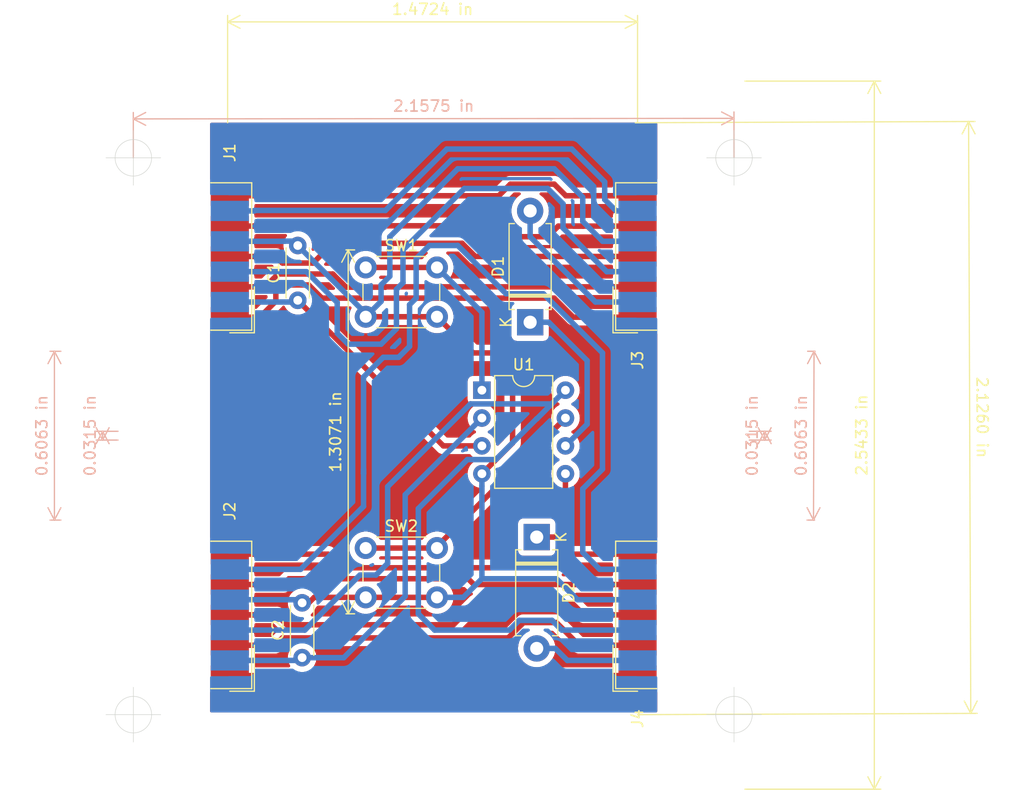
<source format=kicad_pcb>
(kicad_pcb (version 20171130) (host pcbnew "(5.1.2-1)-1")
  (layers (0 F.Cu signal) (31 B.Cu signal) (34 B.Paste user) (35 F.Paste user) (36 B.SilkS user) (37 F.SilkS user) (38 B.Mask user) (39 F.Mask user) (44 Edge.Cuts user))
  (net 0 "")
  (net 1 "Net-(C1-Pad1)")
  (net 2 "Net-(C1-Pad2)")
  (net 3 "Net-(C2-Pad1)")
  (net 4 "Net-(D1-Pad2)")
  (net 5 "Net-(D1-Pad1)")
  (net 6 "Net-(D2-Pad1)")
  (net 7 "Net-(D2-Pad2)")
  (net 8 "Net-(J1-Pad1)")
  (net 9 "Net-(J1-Pad2)")
  (net 10 "Net-(J1-Pad3)")
  (net 11 "Net-(J1-Pad4)")
  (net 12 "Net-(J1-Pad5)")
  (net 13 "Net-(J1-Pad7)")
  (net 14 "Net-(J1-Pad9)")
  (net 15 "Net-(J2-Pad9)")
  (net 16 "Net-(J2-Pad7)")
  (net 17 "Net-(J2-Pad5)")
  (net 18 "Net-(J2-Pad4)")
  (net 19 "Net-(J2-Pad3)")
  (net 20 "Net-(J2-Pad2)")
  (net 21 "Net-(J2-Pad1)")
  (net 22 "Net-(SW1-Pad1)")
  (net 23 "Net-(SW2-Pad1)")
  (module Capacitor_THT:C_Disc_D4.3mm_W1.9mm_P5.00mm (layer F.Cu) (at 55.8 41.8 90)
    (fp_text reference C1 (at 2.5 -2.2 90) (layer F.SilkS))
    (fp_text value 15nF)
    (fp_line (start 0.23 -1.07) (end 4.77 -1.07) (layer F.SilkS) (width 0.12))
    (fp_line (start 0.23 1.07) (end 4.77 1.07) (layer F.SilkS) (width 0.12))
    (fp_line (start 0.23 -1.07) (end 0.23 -1.055) (layer F.SilkS) (width 0.12))
    (fp_line (start 0.23 1.055) (end 0.23 1.07) (layer F.SilkS) (width 0.12))
    (fp_line (start 4.77 -1.07) (end 4.77 -1.055) (layer F.SilkS) (width 0.12))
    (fp_line (start 4.77 1.055) (end 4.77 1.07) (layer F.SilkS) (width 0.12))
    (pad 1 thru_hole circle (at 0 0 90) (size 1.6 1.6) (drill 0.8) (layers *.Cu *.Mask) (net 1 "Net-(C1-Pad1)"))
    (pad 2 thru_hole circle (at 5 0 90) (size 1.6 1.6) (drill 0.8) (layers *.Cu *.Mask) (net 2 "Net-(C1-Pad2)"))
  )
  (module Capacitor_THT:C_Disc_D4.3mm_W1.9mm_P5.00mm (layer F.Cu) (at 56.2 74.4 90)
    (fp_text reference C2 (at 2.5 -2.2 90) (layer F.SilkS))
    (fp_text value 15nF)
    (fp_line (start 4.77 1.055) (end 4.77 1.07) (layer F.SilkS) (width 0.12))
    (fp_line (start 4.77 -1.07) (end 4.77 -1.055) (layer F.SilkS) (width 0.12))
    (fp_line (start 0.23 1.055) (end 0.23 1.07) (layer F.SilkS) (width 0.12))
    (fp_line (start 0.23 -1.07) (end 0.23 -1.055) (layer F.SilkS) (width 0.12))
    (fp_line (start 0.23 1.07) (end 4.77 1.07) (layer F.SilkS) (width 0.12))
    (fp_line (start 0.23 -1.07) (end 4.77 -1.07) (layer F.SilkS) (width 0.12))
    (pad 2 thru_hole circle (at 5 0 90) (size 1.6 1.6) (drill 0.8) (layers *.Cu *.Mask) (net 2 "Net-(C1-Pad2)"))
    (pad 1 thru_hole circle (at 0 0 90) (size 1.6 1.6) (drill 0.8) (layers *.Cu *.Mask) (net 3 "Net-(C2-Pad1)"))
  )
  (module Diode_THT:D_DO-15_P10.16mm_Horizontal (layer F.Cu) (at 77 43.8 90)
    (fp_text reference D1 (at 5.08 -2.92 90) (layer F.SilkS))
    (fp_text value "BZX85; 5,6V")
    (fp_text user K (at 0 -2.2 90) (layer F.SilkS))
    (fp_line (start 2.3 -1.92) (end 2.3 1.92) (layer F.SilkS) (width 0.12))
    (fp_line (start 2.54 -1.92) (end 2.54 1.92) (layer F.SilkS) (width 0.12))
    (fp_line (start 2.42 -1.92) (end 2.42 1.92) (layer F.SilkS) (width 0.12))
    (fp_line (start 9 1.92) (end 9 1.44) (layer F.SilkS) (width 0.12))
    (fp_line (start 1.16 1.92) (end 9 1.92) (layer F.SilkS) (width 0.12))
    (fp_line (start 1.16 1.44) (end 1.16 1.92) (layer F.SilkS) (width 0.12))
    (fp_line (start 9 -1.92) (end 9 -1.44) (layer F.SilkS) (width 0.12))
    (fp_line (start 1.16 -1.92) (end 9 -1.92) (layer F.SilkS) (width 0.12))
    (fp_line (start 1.16 -1.44) (end 1.16 -1.92) (layer F.SilkS) (width 0.12))
    (pad 2 thru_hole oval (at 10.16 0 90) (size 2.4 2.4) (drill 1.2) (layers *.Cu *.Mask) (net 4 "Net-(D1-Pad2)"))
    (pad 1 thru_hole rect (at 0 0 90) (size 2.4 2.4) (drill 1.2) (layers *.Cu *.Mask) (net 5 "Net-(D1-Pad1)"))
  )
  (module Diode_THT:D_DO-15_P10.16mm_Horizontal (layer F.Cu) (at 77.6 63.4 270)
    (fp_text reference D2 (at 5.08 -2.92 90) (layer F.SilkS))
    (fp_text value "BZX85; 5,6V")
    (fp_line (start 1.16 -1.44) (end 1.16 -1.92) (layer F.SilkS) (width 0.12))
    (fp_line (start 1.16 -1.92) (end 9 -1.92) (layer F.SilkS) (width 0.12))
    (fp_line (start 9 -1.92) (end 9 -1.44) (layer F.SilkS) (width 0.12))
    (fp_line (start 1.16 1.44) (end 1.16 1.92) (layer F.SilkS) (width 0.12))
    (fp_line (start 1.16 1.92) (end 9 1.92) (layer F.SilkS) (width 0.12))
    (fp_line (start 9 1.92) (end 9 1.44) (layer F.SilkS) (width 0.12))
    (fp_line (start 2.42 -1.92) (end 2.42 1.92) (layer F.SilkS) (width 0.12))
    (fp_line (start 2.54 -1.92) (end 2.54 1.92) (layer F.SilkS) (width 0.12))
    (fp_line (start 2.3 -1.92) (end 2.3 1.92) (layer F.SilkS) (width 0.12))
    (fp_text user K (at 0 -2.2 90) (layer F.SilkS))
    (pad 1 thru_hole rect (at 0 0 270) (size 2.4 2.4) (drill 1.2) (layers *.Cu *.Mask) (net 6 "Net-(D2-Pad1)"))
    (pad 2 thru_hole oval (at 10.16 0 270) (size 2.4 2.4) (drill 1.2) (layers *.Cu *.Mask) (net 7 "Net-(D2-Pad2)"))
  )
  (module Connector_Dsub:DSUB-9_Female_EdgeMount_P2.77mm (layer F.Cu) (at 49.6 37.8 270)
    (fp_text reference J1 (at -9.463333 0 90) (layer F.SilkS))
    (fp_text value "DB9_Female; JoyA")
    (fp_line (start 6.723333 1.74) (end 6.723333 -2) (layer F.SilkS) (width 0.12))
    (fp_line (start 6.723333 -2) (end -6.723333 -2) (layer F.SilkS) (width 0.12))
    (fp_line (start -6.723333 -2) (end -6.723333 1.74) (layer F.SilkS) (width 0.12))
    (fp_line (start 6.963333 0) (end 6.963333 -2.24) (layer F.SilkS) (width 0.12))
    (fp_line (start 6.963333 -2.24) (end 2.77 -2.24) (layer F.SilkS) (width 0.12))
    (pad 1 smd rect (at 5.54 0 270) (size 1.846667 3.48) (layers F.Cu F.Paste F.Mask) (net 8 "Net-(J1-Pad1)"))
    (pad 2 smd rect (at 2.77 0 270) (size 1.846667 3.48) (layers F.Cu F.Paste F.Mask) (net 9 "Net-(J1-Pad2)"))
    (pad 3 smd rect (at 0 0 270) (size 1.846667 3.48) (layers F.Cu F.Paste F.Mask) (net 10 "Net-(J1-Pad3)"))
    (pad 4 smd rect (at -2.77 0 270) (size 1.846667 3.48) (layers F.Cu F.Paste F.Mask) (net 11 "Net-(J1-Pad4)"))
    (pad 5 smd rect (at -5.54 0 270) (size 1.846667 3.48) (layers F.Cu F.Paste F.Mask) (net 12 "Net-(J1-Pad5)"))
    (pad 6 smd rect (at 4.155 0 270) (size 1.846667 3.48) (layers B.Cu B.Paste B.Mask) (net 1 "Net-(C1-Pad1)"))
    (pad 7 smd rect (at 1.385 0 270) (size 1.846667 3.48) (layers B.Cu B.Paste B.Mask) (net 13 "Net-(J1-Pad7)"))
    (pad 8 smd rect (at -1.385 0 270) (size 1.846667 3.48) (layers B.Cu B.Paste B.Mask) (net 2 "Net-(C1-Pad2)"))
    (pad 9 smd rect (at -4.155 0 270) (size 1.846667 3.48) (layers B.Cu B.Paste B.Mask) (net 14 "Net-(J1-Pad9)"))
  )
  (module Connector_Dsub:DSUB-9_Female_EdgeMount_P2.77mm (layer F.Cu) (at 49.6 70.5 270)
    (fp_text reference J2 (at -9.463333 0 90) (layer F.SilkS))
    (fp_text value "DB9_Female; JoyB")
    (fp_line (start 6.963333 -2.24) (end 2.77 -2.24) (layer F.SilkS) (width 0.12))
    (fp_line (start 6.963333 0) (end 6.963333 -2.24) (layer F.SilkS) (width 0.12))
    (fp_line (start -6.723333 -2) (end -6.723333 1.74) (layer F.SilkS) (width 0.12))
    (fp_line (start 6.723333 -2) (end -6.723333 -2) (layer F.SilkS) (width 0.12))
    (fp_line (start 6.723333 1.74) (end 6.723333 -2) (layer F.SilkS) (width 0.12))
    (pad 9 smd rect (at -4.155 0 270) (size 1.846667 3.48) (layers B.Cu B.Paste B.Mask) (net 15 "Net-(J2-Pad9)"))
    (pad 8 smd rect (at -1.385 0 270) (size 1.846667 3.48) (layers B.Cu B.Paste B.Mask) (net 2 "Net-(C1-Pad2)"))
    (pad 7 smd rect (at 1.385 0 270) (size 1.846667 3.48) (layers B.Cu B.Paste B.Mask) (net 16 "Net-(J2-Pad7)"))
    (pad 6 smd rect (at 4.155 0 270) (size 1.846667 3.48) (layers B.Cu B.Paste B.Mask) (net 3 "Net-(C2-Pad1)"))
    (pad 5 smd rect (at -5.54 0 270) (size 1.846667 3.48) (layers F.Cu F.Paste F.Mask) (net 17 "Net-(J2-Pad5)"))
    (pad 4 smd rect (at -2.77 0 270) (size 1.846667 3.48) (layers F.Cu F.Paste F.Mask) (net 18 "Net-(J2-Pad4)"))
    (pad 3 smd rect (at 0 0 270) (size 1.846667 3.48) (layers F.Cu F.Paste F.Mask) (net 19 "Net-(J2-Pad3)"))
    (pad 2 smd rect (at 2.77 0 270) (size 1.846667 3.48) (layers F.Cu F.Paste F.Mask) (net 20 "Net-(J2-Pad2)"))
    (pad 1 smd rect (at 5.54 0 270) (size 1.846667 3.48) (layers F.Cu F.Paste F.Mask) (net 21 "Net-(J2-Pad1)"))
  )
  (module Connector_Dsub:DSUB-9_Male_EdgeMount_P2.77mm (layer F.Cu) (at 86.8 37.8 90)
    (fp_text reference J3 (at -9.463333 0 90) (layer F.SilkS))
    (fp_text value "DB9_Male; PORTA")
    (fp_line (start -6.963333 -2.24) (end -2.77 -2.24) (layer F.SilkS) (width 0.12))
    (fp_line (start -6.963333 0) (end -6.963333 -2.24) (layer F.SilkS) (width 0.12))
    (fp_line (start -6.723333 -2) (end -6.723333 1.74) (layer F.SilkS) (width 0.12))
    (fp_line (start 6.723333 -2) (end -6.723333 -2) (layer F.SilkS) (width 0.12))
    (fp_line (start 6.723333 1.74) (end 6.723333 -2) (layer F.SilkS) (width 0.12))
    (pad 9 smd rect (at 4.155 0 90) (size 1.846667 3.48) (layers B.Cu B.Paste B.Mask) (net 14 "Net-(J1-Pad9)"))
    (pad 8 smd rect (at 1.385 0 90) (size 1.846667 3.48) (layers B.Cu B.Paste B.Mask) (net 2 "Net-(C1-Pad2)"))
    (pad 7 smd rect (at -1.385 0 90) (size 1.846667 3.48) (layers B.Cu B.Paste B.Mask) (net 13 "Net-(J1-Pad7)"))
    (pad 6 smd rect (at -4.155 0 90) (size 1.846667 3.48) (layers B.Cu B.Paste B.Mask) (net 4 "Net-(D1-Pad2)"))
    (pad 5 smd rect (at 5.54 0 90) (size 1.846667 3.48) (layers F.Cu F.Paste F.Mask) (net 12 "Net-(J1-Pad5)"))
    (pad 4 smd rect (at 2.77 0 90) (size 1.846667 3.48) (layers F.Cu F.Paste F.Mask) (net 11 "Net-(J1-Pad4)"))
    (pad 3 smd rect (at 0 0 90) (size 1.846667 3.48) (layers F.Cu F.Paste F.Mask) (net 10 "Net-(J1-Pad3)"))
    (pad 2 smd rect (at -2.77 0 90) (size 1.846667 3.48) (layers F.Cu F.Paste F.Mask) (net 9 "Net-(J1-Pad2)"))
    (pad 1 smd rect (at -5.54 0 90) (size 1.846667 3.48) (layers F.Cu F.Paste F.Mask) (net 8 "Net-(J1-Pad1)"))
  )
  (module Connector_Dsub:DSUB-9_Male_EdgeMount_P2.77mm (layer F.Cu) (at 86.8 70.5 90)
    (fp_text reference J4 (at -9.463333 0 90) (layer F.SilkS))
    (fp_text value "DB9_Male; PORTB")
    (fp_line (start 6.723333 1.74) (end 6.723333 -2) (layer F.SilkS) (width 0.12))
    (fp_line (start 6.723333 -2) (end -6.723333 -2) (layer F.SilkS) (width 0.12))
    (fp_line (start -6.723333 -2) (end -6.723333 1.74) (layer F.SilkS) (width 0.12))
    (fp_line (start -6.963333 0) (end -6.963333 -2.24) (layer F.SilkS) (width 0.12))
    (fp_line (start -6.963333 -2.24) (end -2.77 -2.24) (layer F.SilkS) (width 0.12))
    (pad 1 smd rect (at -5.54 0 90) (size 1.846667 3.48) (layers F.Cu F.Paste F.Mask) (net 21 "Net-(J2-Pad1)"))
    (pad 2 smd rect (at -2.77 0 90) (size 1.846667 3.48) (layers F.Cu F.Paste F.Mask) (net 20 "Net-(J2-Pad2)"))
    (pad 3 smd rect (at 0 0 90) (size 1.846667 3.48) (layers F.Cu F.Paste F.Mask) (net 19 "Net-(J2-Pad3)"))
    (pad 4 smd rect (at 2.77 0 90) (size 1.846667 3.48) (layers F.Cu F.Paste F.Mask) (net 18 "Net-(J2-Pad4)"))
    (pad 5 smd rect (at 5.54 0 90) (size 1.846667 3.48) (layers F.Cu F.Paste F.Mask) (net 17 "Net-(J2-Pad5)"))
    (pad 6 smd rect (at -4.155 0 90) (size 1.846667 3.48) (layers B.Cu B.Paste B.Mask) (net 7 "Net-(D2-Pad2)"))
    (pad 7 smd rect (at -1.385 0 90) (size 1.846667 3.48) (layers B.Cu B.Paste B.Mask) (net 16 "Net-(J2-Pad7)"))
    (pad 8 smd rect (at 1.385 0 90) (size 1.846667 3.48) (layers B.Cu B.Paste B.Mask) (net 2 "Net-(C1-Pad2)"))
    (pad 9 smd rect (at 4.155 0 90) (size 1.846667 3.48) (layers B.Cu B.Paste B.Mask) (net 15 "Net-(J2-Pad9)"))
  )
  (module Button_Switch_THT:SW_PUSH_6mm_H9.5mm (layer F.Cu) (at 62 38.8)
    (fp_text reference SW1 (at 3.25 -2) (layer F.SilkS))
    (fp_text value "SW_Push; PortA")
    (fp_line (start 6.75 3) (end 6.75 1.5) (layer F.SilkS) (width 0.12))
    (fp_line (start 5.5 -1) (end 1 -1) (layer F.SilkS) (width 0.12))
    (fp_line (start -0.25 1.5) (end -0.25 3) (layer F.SilkS) (width 0.12))
    (fp_line (start 1 5.5) (end 5.5 5.5) (layer F.SilkS) (width 0.12))
    (pad 1 thru_hole circle (at 6.5 0 90) (size 2 2) (drill 1.1) (layers *.Cu *.Mask) (net 22 "Net-(SW1-Pad1)"))
    (pad 2 thru_hole circle (at 6.5 4.5 90) (size 2 2) (drill 1.1) (layers *.Cu *.Mask) (net 2 "Net-(C1-Pad2)"))
    (pad 1 thru_hole circle (at 0 0 90) (size 2 2) (drill 1.1) (layers *.Cu *.Mask) (net 22 "Net-(SW1-Pad1)"))
    (pad 2 thru_hole circle (at 0 4.5 90) (size 2 2) (drill 1.1) (layers *.Cu *.Mask) (net 2 "Net-(C1-Pad2)"))
  )
  (module Button_Switch_THT:SW_PUSH_6mm_H9.5mm (layer F.Cu) (at 62 64.4)
    (fp_text reference SW2 (at 3.25 -2) (layer F.SilkS))
    (fp_text value "SW_Push; PortB")
    (fp_line (start 1 5.5) (end 5.5 5.5) (layer F.SilkS) (width 0.12))
    (fp_line (start -0.25 1.5) (end -0.25 3) (layer F.SilkS) (width 0.12))
    (fp_line (start 5.5 -1) (end 1 -1) (layer F.SilkS) (width 0.12))
    (fp_line (start 6.75 3) (end 6.75 1.5) (layer F.SilkS) (width 0.12))
    (pad 2 thru_hole circle (at 0 4.5 90) (size 2 2) (drill 1.1) (layers *.Cu *.Mask) (net 2 "Net-(C1-Pad2)"))
    (pad 1 thru_hole circle (at 0 0 90) (size 2 2) (drill 1.1) (layers *.Cu *.Mask) (net 23 "Net-(SW2-Pad1)"))
    (pad 2 thru_hole circle (at 6.5 4.5 90) (size 2 2) (drill 1.1) (layers *.Cu *.Mask) (net 2 "Net-(C1-Pad2)"))
    (pad 1 thru_hole circle (at 6.5 0 90) (size 2 2) (drill 1.1) (layers *.Cu *.Mask) (net 23 "Net-(SW2-Pad1)"))
  )
  (module Package_DIP:DIP-8_W7.62mm (layer F.Cu) (at 72.6 50)
    (fp_text reference U1 (at 3.81 -2.33) (layer F.SilkS))
    (fp_text value ATtiny45-20PU)
    (fp_arc (start 3.81 -1.33) (end 2.81 -1.33) (angle -180) (layer F.SilkS) (width 0.12))
    (fp_line (start 2.81 -1.33) (end 1.16 -1.33) (layer F.SilkS) (width 0.12))
    (fp_line (start 1.16 -1.33) (end 1.16 8.95) (layer F.SilkS) (width 0.12))
    (fp_line (start 1.16 8.95) (end 6.46 8.95) (layer F.SilkS) (width 0.12))
    (fp_line (start 6.46 8.95) (end 6.46 -1.33) (layer F.SilkS) (width 0.12))
    (fp_line (start 6.46 -1.33) (end 4.81 -1.33) (layer F.SilkS) (width 0.12))
    (pad 1 thru_hole rect (at 0 0) (size 1.6 1.6) (drill 0.8) (layers *.Cu *.Mask) (net 22 "Net-(SW1-Pad1)"))
    (pad 5 thru_hole oval (at 7.62 7.62) (size 1.6 1.6) (drill 0.8) (layers *.Cu *.Mask) (net 6 "Net-(D2-Pad1)"))
    (pad 2 thru_hole oval (at 0 2.54) (size 1.6 1.6) (drill 0.8) (layers *.Cu *.Mask) (net 3 "Net-(C2-Pad1)"))
    (pad 6 thru_hole oval (at 7.62 5.08) (size 1.6 1.6) (drill 0.8) (layers *.Cu *.Mask) (net 5 "Net-(D1-Pad1)"))
    (pad 3 thru_hole oval (at 0 5.08) (size 1.6 1.6) (drill 0.8) (layers *.Cu *.Mask) (net 1 "Net-(C1-Pad1)"))
    (pad 7 thru_hole oval (at 7.62 2.54) (size 1.6 1.6) (drill 0.8) (layers *.Cu *.Mask) (net 23 "Net-(SW2-Pad1)"))
    (pad 4 thru_hole oval (at 0 7.62) (size 1.6 1.6) (drill 0.8) (layers *.Cu *.Mask) (net 2 "Net-(C1-Pad2)"))
    (pad 8 thru_hole oval (at 7.62 0) (size 1.6 1.6) (drill 0.8) (layers *.Cu *.Mask) (net 16 "Net-(J2-Pad7)"))
  )
  (target plus (at 40.8 79.6) (size 5) (width 0.05) (layer Edge.Cuts))
  (target plus (at 95.6 79.6) (size 5) (width 0.05) (layer Edge.Cuts))
  (target plus (at 95.6 28.8) (size 5) (width 0.05) (layer Edge.Cuts))
  (dimension 54.00037 (width 0.12) (layer F.SilkS) (gr_text "54.000 mm" (at 118.369573 52.482705 270.2122056) (layer F.SilkS) (effects (font (size 1 1) (thickness 0.15)))) (feature1 (pts (xy 86.8 79.6) (xy 117.785999 79.485237))) (feature2 (pts (xy 86.6 25.6) (xy 117.585999 25.485237))) (crossbar (pts (xy 116.999582 25.487409) (xy 117.199582 79.487409))) (arrow1a (pts (xy 117.199582 79.487409) (xy 116.608993 78.363085))) (arrow1b (pts (xy 117.199582 79.487409) (xy 117.781827 78.358741))) (arrow2a (pts (xy 116.999582 25.487409) (xy 116.417337 26.616077))) (arrow2b (pts (xy 116.999582 25.487409) (xy 117.590171 26.611733))))
  (dimension 37.4 (width 0.12) (layer F.SilkS) (gr_text "37.400 mm" (at 68.1 15.13) (layer F.SilkS) (effects (font (size 1 1) (thickness 0.15)))) (feature1 (pts (xy 86.8 25.6) (xy 86.8 15.813579))) (feature2 (pts (xy 49.4 25.6) (xy 49.4 15.813579))) (crossbar (pts (xy 49.4 16.4) (xy 86.8 16.4))) (arrow1a (pts (xy 86.8 16.4) (xy 85.673496 16.986421))) (arrow1b (pts (xy 86.8 16.4) (xy 85.673496 15.813579))) (arrow2a (pts (xy 49.4 16.4) (xy 50.526504 16.986421))) (arrow2b (pts (xy 49.4 16.4) (xy 50.526504 15.813579))))
  (dimension 64.6 (width 0.12) (layer F.SilkS) (gr_text "64.600 mm" (at 109.67 54.1 270) (layer F.SilkS) (effects (font (size 1 1) (thickness 0.15)))) (feature1 (pts (xy 96.6 86.4) (xy 108.986421 86.4))) (feature2 (pts (xy 96.6 21.8) (xy 108.986421 21.8))) (crossbar (pts (xy 108.4 21.8) (xy 108.4 86.4))) (arrow1a (pts (xy 108.4 86.4) (xy 107.813579 85.273496))) (arrow1b (pts (xy 108.4 86.4) (xy 108.986421 85.273496))) (arrow2a (pts (xy 108.4 21.8) (xy 107.813579 22.926504))) (arrow2b (pts (xy 108.4 21.8) (xy 108.986421 22.926504))))
  (gr_text "C64 autofire\n(c) Dr. Lutz \nBellmann" (at 54.8 53.2 270) (layer F.Cu) (effects (font (size 1.5 1.5) (thickness 0.3))))
  (dimension 54.800023 (width 0.12) (layer B.SilkS) (gr_text "54.800 mm" (at 68.195602 23.955004 0.05227715658) (layer B.SilkS) (effects (font (size 1 1) (thickness 0.15)))) (feature1 (pts (xy 95.6 28.75) (xy 95.596226 24.613583))) (feature2 (pts (xy 40.8 28.8) (xy 40.796226 24.663583))) (crossbar (pts (xy 40.796761 25.250003) (xy 95.596761 25.200003))) (arrow1a (pts (xy 95.596761 25.200003) (xy 94.470793 25.787451))) (arrow1b (pts (xy 95.596761 25.200003) (xy 94.469723 24.61461))) (arrow2a (pts (xy 40.796761 25.250003) (xy 41.923799 25.835396))) (arrow2b (pts (xy 40.796761 25.250003) (xy 41.922729 24.662555))))
  (dimension 33.2 (width 0.12) (layer F.SilkS) (gr_text "33.200 mm" (at 61.67 53.8 270) (layer F.SilkS) (effects (font (size 1 1) (thickness 0.15)))) (feature1 (pts (xy 60.2 70.4) (xy 60.986421 70.4))) (feature2 (pts (xy 60.2 37.2) (xy 60.986421 37.2))) (crossbar (pts (xy 60.4 37.2) (xy 60.4 70.4))) (arrow1a (pts (xy 60.4 70.4) (xy 59.813579 69.273496))) (arrow1b (pts (xy 60.4 70.4) (xy 60.986421 69.273496))) (arrow2a (pts (xy 60.4 37.2) (xy 59.813579 38.326504))) (arrow2b (pts (xy 60.4 37.2) (xy 60.986421 38.326504))))
  (dimension 15.400081 (width 0.12) (layer B.SilkS) (gr_text "15.400 mm" (at 101.605983 54.145555 89.8139754) (layer B.SilkS) (effects (font (size 1 1) (thickness 0.15)))) (feature1 (pts (xy 102.95 61.85) (xy 102.264558 61.847775))) (feature2 (pts (xy 103 46.45) (xy 102.314558 46.447775))) (crossbar (pts (xy 102.900976 46.449678) (xy 102.850976 61.849678))) (arrow1a (pts (xy 102.850976 61.849678) (xy 102.268216 60.721276))) (arrow1b (pts (xy 102.850976 61.849678) (xy 103.441051 60.725084))) (arrow2a (pts (xy 102.900976 46.449678) (xy 102.310901 47.574272))) (arrow2b (pts (xy 102.900976 46.449678) (xy 103.483736 47.57808))))
  (dimension 15.4 (width 0.12) (layer B.SilkS) (gr_text "15.400 mm" (at 34.87 54.15 270) (layer B.SilkS) (effects (font (size 1 1) (thickness 0.15)))) (feature1 (pts (xy 33.2 61.85) (xy 34.186421 61.85))) (feature2 (pts (xy 33.2 46.45) (xy 34.186421 46.45))) (crossbar (pts (xy 33.6 46.45) (xy 33.6 61.85))) (arrow1a (pts (xy 33.6 61.85) (xy 33.013579 60.723496))) (arrow1b (pts (xy 33.6 61.85) (xy 34.186421 60.723496))) (arrow2a (pts (xy 33.6 46.45) (xy 33.013579 47.576504))) (arrow2b (pts (xy 33.6 46.45) (xy 34.186421 47.576504))))
  (dimension 0.8 (width 0.12) (layer B.SilkS) (gr_text "0.800 mm" (at 36.73 54.15 270) (layer B.SilkS) (effects (font (size 1 1) (thickness 0.15)))) (feature1 (pts (xy 39.4 54.55) (xy 37.413579 54.55))) (feature2 (pts (xy 39.4 53.75) (xy 37.413579 53.75))) (crossbar (pts (xy 38 53.75) (xy 38 54.55))) (arrow1a (pts (xy 38 54.55) (xy 37.413579 53.423496))) (arrow1b (pts (xy 38 54.55) (xy 38.586421 53.423496))) (arrow2a (pts (xy 38 53.75) (xy 37.413579 54.876504))) (arrow2b (pts (xy 38 53.75) (xy 38.586421 54.876504))))
  (dimension 0.8 (width 0.12) (layer B.SilkS) (gr_text "0.800 mm" (at 99.67 54.15 270) (layer B.SilkS) (effects (font (size 1 1) (thickness 0.15)))) (feature1 (pts (xy 97 54.55) (xy 98.986421 54.55))) (feature2 (pts (xy 97 53.75) (xy 98.986421 53.75))) (crossbar (pts (xy 98.4 53.75) (xy 98.4 54.55))) (arrow1a (pts (xy 98.4 54.55) (xy 97.813579 53.423496))) (arrow1b (pts (xy 98.4 54.55) (xy 98.986421 53.423496))) (arrow2a (pts (xy 98.4 53.75) (xy 97.813579 54.876504))) (arrow2b (pts (xy 98.4 53.75) (xy 98.986421 54.876504))))
  (target plus (at 40.8 28.8) (size 5) (width 0.05) (layer Edge.Cuts))
  (segment (start 69.08 55.08) (end 55.8 41.8) (width 0.5) (layer F.Cu) (net 1))
  (segment (start 69.08 55.08) (end 72.6 55.08) (width 0.5) (layer F.Cu) (net 1))
  (segment (start 55.645 41.955) (end 55.8 41.8) (width 0.5) (layer B.Cu) (net 1))
  (segment (start 49.6 41.955) (end 55.645 41.955) (width 0.5) (layer B.Cu) (net 1))
  (segment (start 86.8 69.115) (end 84.7347 69.115) (width 0.25) (layer B.Cu) (net 2))
  (segment (start 56.7 68.9) (end 56.2 69.4) (width 0.25) (layer F.Cu) (net 2))
  (segment (start 62 43.3) (end 68.5 43.3) (width 0.5) (layer F.Cu) (net 2))
  (segment (start 68.5 43.3) (end 71.8 46.6) (width 0.5) (layer F.Cu) (net 2))
  (segment (start 71.8 46.6) (end 73.8 46.6) (width 0.5) (layer F.Cu) (net 2))
  (segment (start 73.8 46.6) (end 75.4 48.2) (width 0.5) (layer F.Cu) (net 2))
  (segment (start 75.4 54.82) (end 72.6 57.62) (width 0.5) (layer F.Cu) (net 2))
  (segment (start 75.4 48.2) (end 75.4 54.82) (width 0.5) (layer F.Cu) (net 2))
  (segment (start 62 68.9) (end 68.5 68.9) (width 0.5) (layer F.Cu) (net 2))
  (segment (start 56.8 69.4) (end 56.2 69.4) (width 0.5) (layer F.Cu) (net 2))
  (segment (start 57.3 68.9) (end 56.8 69.4) (width 0.5) (layer F.Cu) (net 2))
  (segment (start 62 68.9) (end 57.3 68.9) (width 0.5) (layer F.Cu) (net 2))
  (segment (start 55.915 69.115) (end 56.2 69.4) (width 0.5) (layer B.Cu) (net 2))
  (segment (start 49.6 69.115) (end 55.915 69.115) (width 0.5) (layer B.Cu) (net 2))
  (segment (start 72.6 57.62) (end 72.6 58.75137) (width 0.5) (layer B.Cu) (net 2))
  (segment (start 72.6 58.75137) (end 72.6 67.2) (width 0.5) (layer B.Cu) (net 2))
  (segment (start 55.4 36.4) (end 55.8 36.8) (width 0.5) (layer B.Cu) (net 2))
  (segment (start 54.6 36.4) (end 55.4 36.4) (width 0.5) (layer B.Cu) (net 2))
  (segment (start 54.585 36.415) (end 54.6 36.4) (width 0.5) (layer B.Cu) (net 2))
  (segment (start 49.6 36.415) (end 54.585 36.415) (width 0.5) (layer B.Cu) (net 2))
  (segment (start 62 43) (end 62 43.3) (width 0.5) (layer B.Cu) (net 2))
  (segment (start 55.8 36.8) (end 62 43) (width 0.5) (layer B.Cu) (net 2))
  (segment (start 62 43.3) (end 63.4 41.9) (width 0.5) (layer B.Cu) (net 2))
  (segment (start 63.4 40.4) (end 64.2 39.6) (width 0.5) (layer B.Cu) (net 2))
  (segment (start 63.4 41.9) (end 63.4 40.4) (width 0.5) (layer B.Cu) (net 2))
  (segment (start 64.2 39.6) (end 64.2 36) (width 0.5) (layer B.Cu) (net 2))
  (segment (start 79.2 29.8) (end 81.8 32.4) (width 0.5) (layer B.Cu) (net 2))
  (segment (start 81.8 34.6) (end 83.615 36.415) (width 0.5) (layer B.Cu) (net 2))
  (segment (start 81.8 32.4) (end 81.8 34.6) (width 0.5) (layer B.Cu) (net 2))
  (segment (start 70.4 29.8) (end 79.2 29.8) (width 0.5) (layer B.Cu) (net 2))
  (segment (start 64.2 36) (end 70.4 29.8) (width 0.5) (layer B.Cu) (net 2))
  (segment (start 70.7 68.9) (end 70.9 68.9) (width 0.5) (layer B.Cu) (net 2))
  (segment (start 68.5 68.9) (end 70.7 68.9) (width 0.5) (layer B.Cu) (net 2))
  (segment (start 70.9 68.9) (end 72.6 67.2) (width 0.5) (layer B.Cu) (net 2))
  (segment (start 79.4 67.2) (end 80.9 68.7) (width 0.5) (layer B.Cu) (net 2))
  (segment (start 72.6 67.2) (end 79.4 67.2) (width 0.5) (layer B.Cu) (net 2))
  (segment (start 80.9 68.7) (end 81.315 69.115) (width 0.5) (layer B.Cu) (net 2))
  (segment (start 80.2 68) (end 80.9 68.7) (width 0.5) (layer B.Cu) (net 2))
  (segment (start 81.315 69.115) (end 86.8 69.115) (width 0.5) (layer B.Cu) (net 2))
  (segment (start 83.615 36.415) (end 86.8 36.415) (width 0.5) (layer B.Cu) (net 2))
  (segment (start 55.945 74.655) (end 56.2 74.4) (width 0.5) (layer B.Cu) (net 3))
  (segment (start 49.6 74.655) (end 55.945 74.655) (width 0.5) (layer B.Cu) (net 3))
  (segment (start 65.6 59.54) (end 72.6 52.54) (width 0.5) (layer B.Cu) (net 3))
  (segment (start 56.2 74.4) (end 60 74.4) (width 0.5) (layer B.Cu) (net 3))
  (segment (start 65.6 68.8) (end 60 74.4) (width 0.5) (layer B.Cu) (net 3))
  (segment (start 65.6 59.54) (end 65.6 68.8) (width 0.5) (layer B.Cu) (net 3))
  (segment (start 77 33.64) (end 77 36) (width 0.5) (layer B.Cu) (net 4))
  (segment (start 77 36) (end 82.955 41.955) (width 0.5) (layer B.Cu) (net 4))
  (segment (start 82.955 41.955) (end 86.8 41.955) (width 0.5) (layer B.Cu) (net 4))
  (segment (start 78.7 43.8) (end 82.2 47.3) (width 0.5) (layer B.Cu) (net 5))
  (segment (start 77 43.8) (end 78.7 43.8) (width 0.5) (layer B.Cu) (net 5))
  (segment (start 82.2 47.3) (end 82.2 53.1) (width 0.5) (layer B.Cu) (net 5))
  (segment (start 82.2 53.1) (end 80.22 55.08) (width 0.5) (layer B.Cu) (net 5))
  (segment (start 80.22 57.62) (end 80.22 61.02) (width 0.5) (layer F.Cu) (net 6))
  (segment (start 80.22 62.48) (end 80.22 61.02) (width 0.5) (layer F.Cu) (net 6))
  (segment (start 79.3 63.4) (end 80.22 62.48) (width 0.5) (layer F.Cu) (net 6))
  (segment (start 77.6 63.4) (end 79.3 63.4) (width 0.5) (layer F.Cu) (net 6))
  (segment (start 79.297056 73.56) (end 80.392056 74.655) (width 0.5) (layer B.Cu) (net 7))
  (segment (start 77.6 73.56) (end 79.297056 73.56) (width 0.5) (layer B.Cu) (net 7))
  (segment (start 80.392056 74.655) (end 86.8 74.655) (width 0.5) (layer B.Cu) (net 7))
  (segment (start 54.4 40.4) (end 56.8 40.4) (width 0.5) (layer F.Cu) (net 8))
  (segment (start 53.8 41) (end 54.4 40.4) (width 0.5) (layer F.Cu) (net 8))
  (segment (start 53.8 41.88) (end 53.8 41) (width 0.5) (layer F.Cu) (net 8))
  (segment (start 58 41.6) (end 71 41.6) (width 0.5) (layer F.Cu) (net 8))
  (segment (start 56.8 40.4) (end 58 41.6) (width 0.5) (layer F.Cu) (net 8))
  (segment (start 52.34 43.34) (end 53.8 41.88) (width 0.5) (layer F.Cu) (net 8))
  (segment (start 49.6 43.34) (end 52.34 43.34) (width 0.5) (layer F.Cu) (net 8))
  (segment (start 71 41.6) (end 79.2 41.6) (width 0.5) (layer F.Cu) (net 8))
  (segment (start 80.94 43.34) (end 86.8 43.34) (width 0.5) (layer F.Cu) (net 8))
  (segment (start 79.2 41.6) (end 80.94 43.34) (width 0.5) (layer F.Cu) (net 8))
  (segment (start 63.8 40.6) (end 60.2 40.6) (width 0.5) (layer F.Cu) (net 9))
  (segment (start 59.8 40.2) (end 60 40.4) (width 0.5) (layer F.Cu) (net 9))
  (segment (start 60.2 40.6) (end 59.8 40.2) (width 0.5) (layer F.Cu) (net 9))
  (segment (start 59 39.4) (end 59.1 39.5) (width 0.5) (layer F.Cu) (net 9))
  (segment (start 52.83 40.57) (end 54 39.4) (width 0.5) (layer F.Cu) (net 9))
  (segment (start 49.6 40.57) (end 52.83 40.57) (width 0.5) (layer F.Cu) (net 9))
  (segment (start 59.1 39.5) (end 59.8 40.2) (width 0.5) (layer F.Cu) (net 9))
  (segment (start 54 39.4) (end 59 39.4) (width 0.5) (layer F.Cu) (net 9))
  (segment (start 63.83 40.57) (end 86.8 40.57) (width 0.5) (layer F.Cu) (net 9))
  (segment (start 63.8 40.6) (end 63.83 40.57) (width 0.5) (layer F.Cu) (net 9))
  (segment (start 57.2 38.4) (end 59 36.6) (width 0.5) (layer F.Cu) (net 10))
  (segment (start 70.8 36.6) (end 72 37.8) (width 0.5) (layer F.Cu) (net 10))
  (segment (start 54.4 38.4) (end 57.2 38.4) (width 0.5) (layer F.Cu) (net 10))
  (segment (start 59 36.6) (end 70.8 36.6) (width 0.5) (layer F.Cu) (net 10))
  (segment (start 53.8 37.8) (end 54.4 38.4) (width 0.5) (layer F.Cu) (net 10))
  (segment (start 49.6 37.8) (end 53.8 37.8) (width 0.5) (layer F.Cu) (net 10))
  (segment (start 72 37.8) (end 86.8 37.8) (width 0.5) (layer F.Cu) (net 10))
  (segment (start 79.57 35.03) (end 81.83 35.03) (width 0.5) (layer F.Cu) (net 11))
  (segment (start 75.4 36) (end 78.6 36) (width 0.5) (layer F.Cu) (net 11))
  (segment (start 74.4 35) (end 75.4 36) (width 0.5) (layer F.Cu) (net 11))
  (segment (start 51.87 35) (end 74.4 35) (width 0.5) (layer F.Cu) (net 11))
  (segment (start 51.84 35.03) (end 51.87 35) (width 0.5) (layer F.Cu) (net 11))
  (segment (start 49.6 35.03) (end 51.84 35.03) (width 0.5) (layer F.Cu) (net 11))
  (segment (start 78.6 36) (end 79.57 35.03) (width 0.5) (layer F.Cu) (net 11))
  (segment (start 80.97 35.03) (end 81.83 35.03) (width 0.5) (layer F.Cu) (net 11))
  (segment (start 81.83 35.03) (end 86.8 35.03) (width 0.5) (layer F.Cu) (net 11))
  (segment (start 79.2 31.2) (end 80.26 32.26) (width 0.5) (layer F.Cu) (net 12))
  (segment (start 74.14 32.26) (end 75.2 31.2) (width 0.5) (layer F.Cu) (net 12))
  (segment (start 75.2 31.2) (end 79.2 31.2) (width 0.5) (layer F.Cu) (net 12))
  (segment (start 49.6 32.26) (end 74.14 32.26) (width 0.5) (layer F.Cu) (net 12))
  (segment (start 80.26 32.26) (end 86.8 32.26) (width 0.5) (layer F.Cu) (net 12))
  (segment (start 55.9893 39.185) (end 49.6 39.185) (width 0.25) (layer B.Cu) (net 13))
  (segment (start 64.8 40.8) (end 65.4 40.2) (width 0.5) (layer B.Cu) (net 13))
  (segment (start 64.8 44.4) (end 64.8 40.8) (width 0.5) (layer B.Cu) (net 13))
  (segment (start 60.4 45.8) (end 63.4 45.8) (width 0.5) (layer B.Cu) (net 13))
  (segment (start 65.4 40.2) (end 65.4 37.2) (width 0.5) (layer B.Cu) (net 13))
  (segment (start 63.4 45.8) (end 64.8 44.4) (width 0.5) (layer B.Cu) (net 13))
  (segment (start 59.4 44.8) (end 60.4 45.8) (width 0.5) (layer B.Cu) (net 13))
  (segment (start 49.6 39.185) (end 56.585 39.185) (width 0.5) (layer B.Cu) (net 13))
  (segment (start 56.585 39.185) (end 59.4 42) (width 0.5) (layer B.Cu) (net 13))
  (segment (start 65.4 37.2) (end 71 31.6) (width 0.5) (layer B.Cu) (net 13))
  (segment (start 59.4 42) (end 59.4 44.8) (width 0.5) (layer B.Cu) (net 13))
  (segment (start 71 31.6) (end 78.6 31.6) (width 0.5) (layer B.Cu) (net 13))
  (segment (start 78.6 31.6) (end 80 33) (width 0.5) (layer B.Cu) (net 13))
  (segment (start 80 33) (end 80 35.2) (width 0.5) (layer B.Cu) (net 13))
  (segment (start 80 35.2) (end 83.985 39.185) (width 0.5) (layer B.Cu) (net 13))
  (segment (start 83.985 39.185) (end 86.8 39.185) (width 0.5) (layer B.Cu) (net 13))
  (segment (start 83.8 32.6) (end 84.845 33.645) (width 0.5) (layer B.Cu) (net 14))
  (segment (start 83.8 31) (end 83.8 32.6) (width 0.5) (layer B.Cu) (net 14))
  (segment (start 69.4 28) (end 80.8 28) (width 0.5) (layer B.Cu) (net 14))
  (segment (start 51.885 33.6) (end 63.8 33.6) (width 0.5) (layer B.Cu) (net 14))
  (segment (start 51.84 33.645) (end 51.885 33.6) (width 0.5) (layer B.Cu) (net 14))
  (segment (start 80.8 28) (end 83.8 31) (width 0.5) (layer B.Cu) (net 14))
  (segment (start 63.8 33.6) (end 69.4 28) (width 0.5) (layer B.Cu) (net 14))
  (segment (start 84.845 33.645) (end 86.8 33.645) (width 0.5) (layer B.Cu) (net 14))
  (segment (start 49.6 33.645) (end 51.84 33.645) (width 0.5) (layer B.Cu) (net 14))
  (segment (start 49.6 66.345) (end 51.6653 66.345) (width 0.25) (layer B.Cu) (net 15))
  (segment (start 56.055 66.345) (end 49.6 66.345) (width 0.5) (layer B.Cu) (net 15))
  (segment (start 61.8 60.6) (end 56.055 66.345) (width 0.5) (layer B.Cu) (net 15))
  (segment (start 61.8 48.8) (end 61.8 57.6) (width 0.5) (layer B.Cu) (net 15))
  (segment (start 63.6 47) (end 61.8 48.8) (width 0.5) (layer B.Cu) (net 15))
  (segment (start 66 46) (end 65 47) (width 0.5) (layer B.Cu) (net 15))
  (segment (start 66.6 38) (end 66.6 41.6) (width 0.5) (layer B.Cu) (net 15))
  (segment (start 66 42.2) (end 66 46) (width 0.5) (layer B.Cu) (net 15))
  (segment (start 67.8 36.8) (end 66.6 38) (width 0.5) (layer B.Cu) (net 15))
  (segment (start 83.345 66.345) (end 81.8 64.8) (width 0.5) (layer B.Cu) (net 15))
  (segment (start 70.4 36.8) (end 67.8 36.8) (width 0.5) (layer B.Cu) (net 15))
  (segment (start 78.2 41.2) (end 74.8 41.2) (width 0.5) (layer B.Cu) (net 15))
  (segment (start 65 47) (end 63.6 47) (width 0.5) (layer B.Cu) (net 15))
  (segment (start 81.8 64.8) (end 81.8 59) (width 0.5) (layer B.Cu) (net 15))
  (segment (start 74.8 41.2) (end 70.4 36.8) (width 0.5) (layer B.Cu) (net 15))
  (segment (start 81.8 59) (end 83.6 57.2) (width 0.5) (layer B.Cu) (net 15))
  (segment (start 66.6 41.6) (end 66 42.2) (width 0.5) (layer B.Cu) (net 15))
  (segment (start 83.6 46.6) (end 78.2 41.2) (width 0.5) (layer B.Cu) (net 15))
  (segment (start 61.8 57.2) (end 61.8 57.6) (width 0.5) (layer B.Cu) (net 15))
  (segment (start 83.6 57.2) (end 83.6 46.6) (width 0.5) (layer B.Cu) (net 15))
  (segment (start 86.8 66.345) (end 83.345 66.345) (width 0.5) (layer B.Cu) (net 15))
  (segment (start 61.8 57.6) (end 61.8 60.6) (width 0.5) (layer B.Cu) (net 15))
  (segment (start 56.4407 71.885) (end 56.56285 71.76285) (width 0.5) (layer B.Cu) (net 16))
  (segment (start 49.6 71.885) (end 56.4407 71.885) (width 0.5) (layer B.Cu) (net 16))
  (segment (start 56.4407 71.885) (end 61.36285 66.96285) (width 0.5) (layer B.Cu) (net 16))
  (segment (start 61.36285 66.96285) (end 56.56285 71.76285) (width 0.25) (layer B.Cu) (net 16))
  (segment (start 61.46285 66.86285) (end 61.36285 66.96285) (width 0.25) (layer B.Cu) (net 16))
  (segment (start 64 58.8) (end 71.549999 51.250001) (width 0.5) (layer B.Cu) (net 16))
  (segment (start 71.549999 51.250001) (end 78.969999 51.250001) (width 0.5) (layer B.Cu) (net 16))
  (segment (start 64 65.8) (end 64 58.8) (width 0.5) (layer B.Cu) (net 16))
  (segment (start 62.93715 66.86285) (end 64 65.8) (width 0.5) (layer B.Cu) (net 16))
  (segment (start 61.46285 66.86285) (end 62.93715 66.86285) (width 0.5) (layer B.Cu) (net 16))
  (segment (start 79.21 51.01) (end 80.22 50) (width 0.5) (layer B.Cu) (net 16))
  (segment (start 78.969999 51.250001) (end 79.21 51.01) (width 0.5) (layer B.Cu) (net 16))
  (segment (start 66.8 60.8) (end 66.8 70.4) (width 0.5) (layer B.Cu) (net 16))
  (segment (start 73.869999 56.330001) (end 71.269999 56.330001) (width 0.5) (layer B.Cu) (net 16))
  (segment (start 77.6 52.6) (end 73.869999 56.330001) (width 0.5) (layer B.Cu) (net 16))
  (segment (start 66.8 70.4) (end 68.285 71.885) (width 0.5) (layer B.Cu) (net 16))
  (segment (start 77.62 52.6) (end 77.6 52.6) (width 0.5) (layer B.Cu) (net 16))
  (segment (start 71.269999 56.330001) (end 66.8 60.8) (width 0.5) (layer B.Cu) (net 16))
  (segment (start 79.21 51.01) (end 77.62 52.6) (width 0.5) (layer B.Cu) (net 16))
  (segment (start 68.285 71.885) (end 75.115 71.885) (width 0.5) (layer B.Cu) (net 16))
  (segment (start 75.115 71.885) (end 76 71) (width 0.5) (layer B.Cu) (net 16))
  (segment (start 76 71) (end 79 71) (width 0.5) (layer B.Cu) (net 16))
  (segment (start 79 71) (end 79.885 71.885) (width 0.5) (layer B.Cu) (net 16))
  (segment (start 79.885 71.885) (end 86.8 71.885) (width 0.5) (layer B.Cu) (net 16))
  (segment (start 58.56 64.96) (end 59.8 66.2) (width 0.5) (layer F.Cu) (net 17))
  (segment (start 49.6 64.96) (end 58.56 64.96) (width 0.5) (layer F.Cu) (net 17))
  (segment (start 59.8 66.2) (end 79.4 66.2) (width 0.5) (layer F.Cu) (net 17))
  (segment (start 79.4 66.2) (end 80.64 64.96) (width 0.5) (layer F.Cu) (net 17))
  (segment (start 80.64 64.96) (end 86.8 64.96) (width 0.5) (layer F.Cu) (net 17))
  (segment (start 71.34 67.2) (end 71.87 67.73) (width 0.5) (layer F.Cu) (net 18))
  (segment (start 49.6 67.73) (end 54.47 67.73) (width 0.5) (layer F.Cu) (net 18))
  (segment (start 54.47 67.73) (end 55 67.2) (width 0.5) (layer F.Cu) (net 18))
  (segment (start 55 67.2) (end 71.34 67.2) (width 0.5) (layer F.Cu) (net 18))
  (segment (start 71.87 67.73) (end 86.8 67.73) (width 0.5) (layer F.Cu) (net 18))
  (segment (start 49.6 70.5) (end 52.1 70.5) (width 0.5) (layer F.Cu) (net 19))
  (segment (start 70 71.4) (end 72 69.4) (width 0.5) (layer F.Cu) (net 19))
  (segment (start 53.9 70.5) (end 54.8 71.4) (width 0.5) (layer F.Cu) (net 19))
  (segment (start 49.6 70.5) (end 53.9 70.5) (width 0.5) (layer F.Cu) (net 19))
  (segment (start 54.8 71.4) (end 70 71.4) (width 0.5) (layer F.Cu) (net 19))
  (segment (start 72 69.4) (end 80.8 69.4) (width 0.5) (layer F.Cu) (net 19))
  (segment (start 80.8 69.4) (end 81.9 70.5) (width 0.5) (layer F.Cu) (net 19))
  (segment (start 81.9 70.5) (end 86.8 70.5) (width 0.5) (layer F.Cu) (net 19))
  (segment (start 79.4 71.2) (end 81.47 73.27) (width 0.5) (layer F.Cu) (net 20))
  (segment (start 53.73 73.27) (end 54.4 72.6) (width 0.5) (layer F.Cu) (net 20))
  (segment (start 76.4 71.2) (end 79.4 71.2) (width 0.5) (layer F.Cu) (net 20))
  (segment (start 75 72.6) (end 76.4 71.2) (width 0.5) (layer F.Cu) (net 20))
  (segment (start 54.4 72.6) (end 75 72.6) (width 0.5) (layer F.Cu) (net 20))
  (segment (start 49.6 73.27) (end 53.73 73.27) (width 0.5) (layer F.Cu) (net 20))
  (segment (start 81.47 73.27) (end 86.8 73.27) (width 0.5) (layer F.Cu) (net 20))
  (segment (start 49.6 76.04) (end 86.8 76.04) (width 0.5) (layer F.Cu) (net 21))
  (segment (start 62 38.8) (end 68.5 38.8) (width 0.5) (layer F.Cu) (net 22))
  (segment (start 72.6 42.9) (end 72.6 50) (width 0.5) (layer B.Cu) (net 22))
  (segment (start 68.5 38.8) (end 72.6 42.9) (width 0.5) (layer B.Cu) (net 22))
  (segment (start 62 64.4) (end 68.5 64.4) (width 0.5) (layer F.Cu) (net 23))
  (segment (start 68.5 64.26) (end 68.5 64.4) (width 0.5) (layer F.Cu) (net 23))
  (segment (start 80.22 52.54) (end 68.5 64.26) (width 0.5) (layer F.Cu) (net 23))
  (zone (net 0) (net_name "") (layer B.Cu) (connect_pads (clearance 0.508)) (min_thickness 0.254) (fill yes (arc_segments 32) (thermal_gap 0.508) (thermal_bridge_width 0.508))
    (polygon (pts (xy 49.4 25.6) (xy 86.8 25.6) (xy 86.8 79.4) (xy 49.4 79.4)))
  )
  (zone (net 0) (net_name "") (layer F.Cu) (connect_pads (clearance 0.508)) (min_thickness 0.254) (fill yes (arc_segments 32) (thermal_gap 0.508) (thermal_bridge_width 0.508))
    (polygon (pts (xy 49.4 25.6) (xy 86.8 25.6) (xy 86.8 79.4) (xy 49.4 79.4)))
  )
  (zone (net 0) (net_name "") (layer F.Cu) (connect_pads (clearance 0.508)) (min_thickness 0.254) (fill yes (arc_segments 32) (thermal_gap 0.508) (thermal_bridge_width 0.508))
    (polygon (pts (xy 47.8 25.6) (xy 88.6 25.6) (xy 88.6 79.4) (xy 47.8 79.4)))
  )
  (zone (net 0) (net_name "") (layer B.Cu) (connect_pads (clearance 0.508)) (min_thickness 0.254) (fill yes (arc_segments 32) (thermal_gap 0.508) (thermal_bridge_width 0.508))
    (polygon (pts (xy 47.8 25.6) (xy 88.6 25.6) (xy 88.6 79.4) (xy 47.8 79.4)))
  )
)
</source>
